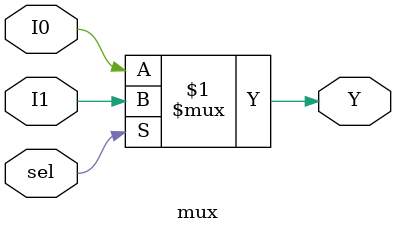
<source format=v>
`timescale 1ns / 1ps


module mux
(
input I1,I0,sel,
output Y
);

assign Y = sel?I1:I0;

endmodule

</source>
